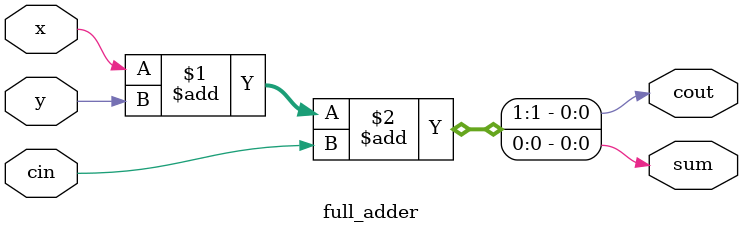
<source format=sv>
`timescale 1ns/1ps
module full_adder(
    input  logic x,
    input  logic y,
    input  logic cin,
    output logic sum,
    output logic cout
);

    // Compute the sum and carry; x+y+cin returns a 2-bit result
    assign {cout, sum} = x + y + cin;

endmodule

</source>
